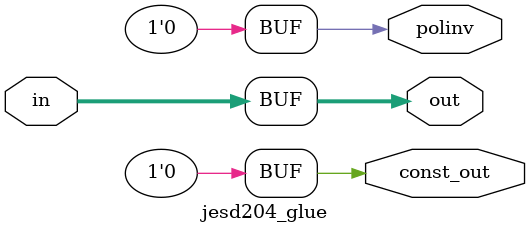
<source format=v>

`timescale 1ns/100ps

module jesd204_glue #(
  parameter WIDTH = 20,
  parameter CONST_WIDTH = 1,
  parameter NUM_OF_LANES = 1,
  parameter LANE_INVERT = 0
) (
  input [WIDTH-1:0] in,
  output [WIDTH-1:0] out,
  output [CONST_WIDTH-1:0] const_out,
  output [NUM_OF_LANES-1:0] polinv
);

/* There really should be a standard component in Qsys that allows to do this */

assign out = in;
assign const_out = {CONST_WIDTH{1'b0}};
assign polinv = LANE_INVERT[NUM_OF_LANES-1:0];

endmodule

</source>
